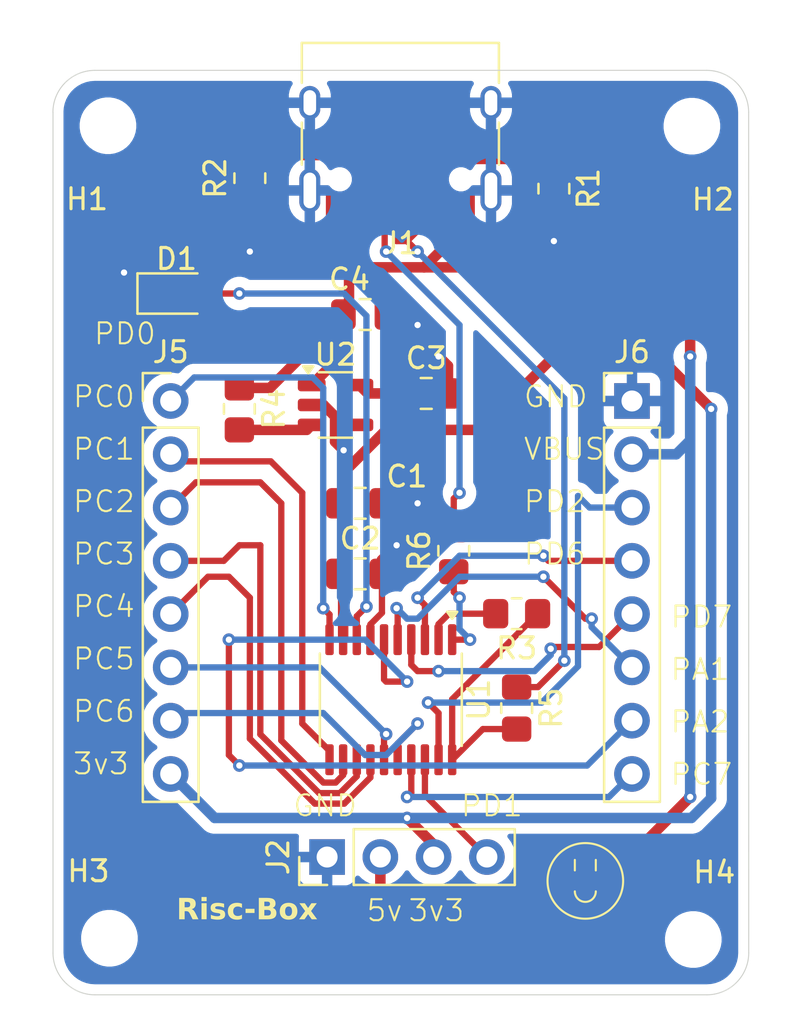
<source format=kicad_pcb>
(kicad_pcb (version 20241229) (generator "pcbnew") (generator_version "9.0")
  (layers (0 "F.Cu" signal) (2 "B.Cu" signal) (13 "F.Paste" user) (15 "B.Paste" user) (5 "F.SilkS" user "F.Silkscreen") (7 "B.SilkS" user "B.Silkscreen") (1 "F.Mask" user) (3 "B.Mask" user) (25 "Edge.Cuts" user))
  (net 0 "")
  (net 1 "GND")
  (net 2 "+3.3V")
  (net 3 "VBUS")
  (net 4 "/PD0")
  (net 5 "Net-(J1-D+-PadA6)")
  (net 6 "Net-(J1-CC2)")
  (net 7 "Net-(J1-D--PadA7)")
  (net 8 "Net-(J1-CC1)")
  (net 9 "/PD1")
  (net 10 "/PC3")
  (net 11 "/PC2")
  (net 12 "/PC6")
  (net 13 "/PC1")
  (net 14 "/PC5")
  (net 15 "/PC4")
  (net 16 "/PC0")
  (net 17 "/PD2")
  (net 18 "/PD7")
  (net 19 "/PD6")
  (net 20 "/PA2")
  (net 21 "/PA1")
  (net 22 "/PC7")
  (net 23 "/PD5")
  (net 24 "/PD3")
  (net 25 "Net-(U2-EN)")
  (net 26 "/PD4")
  (footprint "Package_SO:TSSOP-20_4.4x6.5mm_P0.65mm" (layer "F.Cu") (at 149.225 110.3625 -90)
    (property "Reference" "U1" (at 0 -4.2 90) (layer "F.SilkS"))
    (property "Value" "CH32V003FxPx")
    (fp_line (start 0 3.385) (end -2.2 3.385) (stroke (width 0.12)) (layer "F.SilkS"))
    (fp_line (start 0 3.385) (end 2.2 3.385) (stroke (width 0.12)) (layer "F.SilkS"))
    (fp_line (start 0 -3.385) (end -2.2 -3.385) (stroke (width 0.12)) (layer "F.SilkS"))
    (fp_line (start 0 -3.385) (end 2.2 -3.385) (stroke (width 0.12)) (layer "F.SilkS"))
    (fp_poly (pts (xy -3.86 -2.925) (xy -4.19 -3.165) (xy -4.19 -2.685) (xy -3.86 -2.925)) (stroke (width 0.12)) (fill yes) (layer "F.SilkS"))
    (pad "1" smd roundrect (at -2.8625 -2.925 270) (size 1.475 0.4) (layers "F.Cu" "F.Mask" "F.Paste") (net 26 "/PD4"))
    (pad "2" smd roundrect (at -2.8625 -2.275 270) (size 1.475 0.4) (layers "F.Cu" "F.Mask" "F.Paste") (net 23 "/PD5"))
    (pad "3" smd roundrect (at -2.8625 -1.625 270) (size 1.475 0.4) (layers "F.Cu" "F.Mask" "F.Paste") (net 19 "/PD6"))
    (pad "4" smd roundrect (at -2.8625 -0.975 270) (size 1.475 0.4) (layers "F.Cu" "F.Mask" "F.Paste") (net 18 "/PD7"))
    (pad "5" smd roundrect (at -2.8625 -0.325 270) (size 1.475 0.4) (layers "F.Cu" "F.Mask" "F.Paste") (net 21 "/PA1"))
    (pad "6" smd roundrect (at -2.8625 0.325 270) (size 1.475 0.4) (layers "F.Cu" "F.Mask" "F.Paste") (net 20 "/PA2"))
    (pad "7" smd roundrect (at -2.8625 0.975 270) (size 1.475 0.4) (layers "F.Cu" "F.Mask" "F.Paste") (net 1 "GND"))
    (pad "8" smd roundrect (at -2.8625 1.625 270) (size 1.475 0.4) (layers "F.Cu" "F.Mask" "F.Paste") (net 4 "/PD0"))
    (pad "9" smd roundrect (at -2.8625 2.275 270) (size 1.475 0.4) (layers "F.Cu" "F.Mask" "F.Paste") (net 2 "+3.3V"))
    (pad "10" smd roundrect (at -2.8625 2.925 270) (size 1.475 0.4) (layers "F.Cu" "F.Mask" "F.Paste") (net 16 "/PC0"))
    (pad "11" smd roundrect (at 2.8625 2.925 270) (size 1.475 0.4) (layers "F.Cu" "F.Mask" "F.Paste") (net 13 "/PC1"))
    (pad "12" smd roundrect (at 2.8625 2.275 270) (size 1.475 0.4) (layers "F.Cu" "F.Mask" "F.Paste") (net 11 "/PC2"))
    (pad "13" smd roundrect (at 2.8625 1.625 270) (size 1.475 0.4) (layers "F.Cu" "F.Mask" "F.Paste") (net 10 "/PC3"))
    (pad "14" smd roundrect (at 2.8625 0.975 270) (size 1.475 0.4) (layers "F.Cu" "F.Mask" "F.Paste") (net 15 "/PC4"))
    (pad "15" smd roundrect (at 2.8625 0.325 270) (size 1.475 0.4) (layers "F.Cu" "F.Mask" "F.Paste") (net 14 "/PC5"))
    (pad "16" smd roundrect (at 2.8625 -0.325 270) (size 1.475 0.4) (layers "F.Cu" "F.Mask" "F.Paste") (net 12 "/PC6"))
    (pad "17" smd roundrect (at 2.8625 -0.975 270) (size 1.475 0.4) (layers "F.Cu" "F.Mask" "F.Paste") (net 22 "/PC7"))
    (pad "18" smd roundrect (at 2.8625 -1.625 270) (size 1.475 0.4) (layers "F.Cu" "F.Mask" "F.Paste") (net 9 "/PD1"))
    (pad "19" smd roundrect (at 2.8625 -2.275 270) (size 1.475 0.4) (layers "F.Cu" "F.Mask" "F.Paste") (net 17 "/PD2"))
    (pad "20" smd roundrect (at 2.8625 -2.925 270) (size 1.475 0.4) (layers "F.Cu" "F.Mask" "F.Paste") (net 24 "/PD3"))
  )
  (footprint "Capacitor_SMD:C_0805_2012Metric_Pad1.18x1.45mm_HandSolder" (layer "F.Cu") (at 150.9125 95.7625)
    (property "Reference" "C3" (at 0 -1.68 0) (layer "F.SilkS"))
    (property "Value" "1u")
    (fp_line (start -0.261252 -0.735) (end 0.261252 -0.735) (stroke (width 0.12)) (layer "F.SilkS"))
    (fp_line (start -0.261252 0.735) (end 0.261252 0.735) (stroke (width 0.12)) (layer "F.SilkS"))
    (pad "1" smd roundrect (at -1.0375 0) (size 1.175 1.45) (layers "F.Cu" "F.Mask" "F.Paste") (roundrect_rratio 0.212766) (net 2 "+3.3V"))
    (pad "2" smd roundrect (at 1.0375 0) (size 1.175 1.45) (layers "F.Cu" "F.Mask" "F.Paste") (roundrect_rratio 0.212766) (net 1 "GND"))
  )
  (footprint "Resistor_SMD:R_0805_2012Metric_Pad1.20x1.40mm_HandSolder" (layer "F.Cu") (at 155.225 106.2625 180)
    (property "Reference" "R3" (at 0 -1.65 0) (layer "F.SilkS"))
    (property "Value" "1.5k")
    (fp_line (start -0.227064 0.735) (end 0.227064 0.735) (stroke (width 0.12)) (layer "F.SilkS"))
    (fp_line (start -0.227064 -0.735) (end 0.227064 -0.735) (stroke (width 0.12)) (layer "F.SilkS"))
    (pad "1" smd roundrect (at -1 0 180) (size 1.2 1.4) (layers "F.Cu" "F.Mask" "F.Paste") (roundrect_rratio 0.208333) (net 24 "/PD3"))
    (pad "2" smd roundrect (at 1 0 180) (size 1.2 1.4) (layers "F.Cu" "F.Mask" "F.Paste") (roundrect_rratio 0.208333) (net 23 "/PD5"))
  )
  (footprint "MountingHole:MountingHole_2.2mm_M2" (layer "F.Cu") (at 135.803272 121.735334)
    (property "Reference" "H3" (at -1 -3.2 0) (layer "F.SilkS"))
    (property "Value" "MountingHole")
    (pad "" np_thru_hole circle (at 0 0) (size 2.2 2.2) (drill 2.2) (layers "*.Cu" "*.Mask"))
  )
  (footprint "Resistor_SMD:R_0805_2012Metric_Pad1.20x1.40mm_HandSolder" (layer "F.Cu") (at 142 96.5 -90)
    (property "Reference" "R4" (at 0 -1.65 90) (layer "F.SilkS"))
    (property "Value" "10k")
    (fp_line (start -0.227064 0.735) (end 0.227064 0.735) (stroke (width 0.12)) (layer "F.SilkS"))
    (fp_line (start -0.227064 -0.735) (end 0.227064 -0.735) (stroke (width 0.12)) (layer "F.SilkS"))
    (pad "1" smd roundrect (at -1 0 270) (size 1.2 1.4) (layers "F.Cu" "F.Mask" "F.Paste") (roundrect_rratio 0.208333) (net 3 "VBUS"))
    (pad "2" smd roundrect (at 1 0 270) (size 1.2 1.4) (layers "F.Cu" "F.Mask" "F.Paste") (roundrect_rratio 0.208333) (net 25 "Net-(U2-EN)"))
  )
  (footprint "MountingHole:MountingHole_2.2mm_M2" (layer "F.Cu") (at 135.733207 83.001643)
    (property "Reference" "H1" (at -1 3.5 0) (layer "F.SilkS"))
    (property "Value" "MountingHole")
    (pad "" np_thru_hole circle (at 0 0) (size 2.2 2.2) (drill 2.2) (layers "*.Cu" "*.Mask"))
  )
  (footprint "Capacitor_SMD:C_0805_2012Metric_Pad1.18x1.45mm_HandSolder" (layer "F.Cu") (at 147.7625 101)
    (property "Reference" "C1" (at 2.225 -1.28 0) (layer "F.SilkS"))
    (property "Value" "10u")
    (fp_line (start -0.261252 -0.735) (end 0.261252 -0.735) (stroke (width 0.12)) (layer "F.SilkS"))
    (fp_line (start -0.261252 0.735) (end 0.261252 0.735) (stroke (width 0.12)) (layer "F.SilkS"))
    (pad "1" smd roundrect (at -1.0375 0) (size 1.175 1.45) (layers "F.Cu" "F.Mask" "F.Paste") (roundrect_rratio 0.212766) (net 2 "+3.3V"))
    (pad "2" smd roundrect (at 1.0375 0) (size 1.175 1.45) (layers "F.Cu" "F.Mask" "F.Paste") (roundrect_rratio 0.212766) (net 1 "GND"))
  )
  (footprint "Package_TO_SOT_SMD:SOT-23-5" (layer "F.Cu") (at 146.5875 96.3125)
    (property "Reference" "U2" (at 0 -2.4 0) (layer "F.SilkS"))
    (property "Value" "AP2112K-3.3")
    (fp_line (start 0 -1.56) (end -0.8 -1.56) (stroke (width 0.12)) (layer "F.SilkS"))
    (fp_line (start 0 -1.56) (end 0.8 -1.56) (stroke (width 0.12)) (layer "F.SilkS"))
    (fp_line (start 0 1.56) (end -0.8 1.56) (stroke (width 0.12)) (layer "F.SilkS"))
    (fp_line (start 0 1.56) (end 0.8 1.56) (stroke (width 0.12)) (layer "F.SilkS"))
    (fp_poly (pts (xy -1.3 -1.51) (xy -1.54 -1.84) (xy -1.06 -1.84) (xy -1.3 -1.51)) (stroke (width 0.12)) (fill yes) (layer "F.SilkS"))
    (pad "1" smd roundrect (at -1.1375 -0.95) (size 1.325 0.6) (layers "F.Cu" "F.Mask" "F.Paste") (net 3 "VBUS"))
    (pad "2" smd roundrect (at -1.1375 0) (size 1.325 0.6) (layers "F.Cu" "F.Mask" "F.Paste") (net 1 "GND"))
    (pad "3" smd roundrect (at -1.1375 0.95) (size 1.325 0.6) (layers "F.Cu" "F.Mask" "F.Paste") (net 25 "Net-(U2-EN)"))
    (pad "4" smd roundrect (at 1.1375 0.95) (size 1.325 0.6) (layers "F.Cu" "F.Mask" "F.Paste"))
    (pad "5" smd roundrect (at 1.1375 -0.95) (size 1.325 0.6) (layers "F.Cu" "F.Mask" "F.Paste") (net 2 "+3.3V"))
  )
  (footprint "Connector_PinHeader_2.54mm:PinHeader_1x04_P2.54mm_Vertical" (layer "F.Cu") (at 146.185 117.8625 90)
    (property "Reference" "J2" (at 0 -2.33 90) (layer "F.SilkS"))
    (property "Value" "SWDIO")
    (fp_line (start -1.33 -1.33) (end 0 -1.33) (stroke (width 0.12)) (layer "F.SilkS"))
    (fp_line (start -1.33 0) (end -1.33 -1.33) (stroke (width 0.12)) (layer "F.SilkS"))
    (fp_line (start 1.33 1.27) (end 1.33 8.95) (stroke (width 0.12)) (layer "F.SilkS"))
    (fp_line (start -1.33 1.27) (end 1.33 1.27) (stroke (width 0.12)) (layer "F.SilkS"))
    (fp_line (start -1.33 1.27) (end -1.33 8.95) (stroke (width 0.12)) (layer "F.SilkS"))
    (fp_line (start -1.33 8.95) (end 1.33 8.95) (stroke (width 0.12)) (layer "F.SilkS"))
    (pad "1" thru_hole rect (at 0 0 90) (size 1.7 1.7) (drill 1) (layers "*.Cu" "*.Mask") (net 1 "GND"))
    (pad "2" thru_hole oval (at 0 2.54 90) (size 1.7 1.7) (drill 1) (layers "*.Cu" "*.Mask") (net 3 "VBUS"))
    (pad "3" thru_hole oval (at 0 5.08 90) (size 1.7 1.7) (drill 1) (layers "*.Cu" "*.Mask") (net 2 "+3.3V"))
    (pad "4" thru_hole oval (at 0 7.62 90) (size 1.7 1.7) (drill 1) (layers "*.Cu" "*.Mask") (net 9 "/PD1"))
  )
  (footprint "Capacitor_SMD:C_0805_2012Metric_Pad1.18x1.45mm_HandSolder" (layer "F.Cu") (at 147.7625 104.3625)
    (property "Reference" "C2" (at 0 -1.68 0) (layer "F.SilkS"))
    (property "Value" "100n")
    (fp_line (start -0.261252 -0.735) (end 0.261252 -0.735) (stroke (width 0.12)) (layer "F.SilkS"))
    (fp_line (start -0.261252 0.735) (end 0.261252 0.735) (stroke (width 0.12)) (layer "F.SilkS"))
    (pad "1" smd roundrect (at -1.0375 0) (size 1.175 1.45) (layers "F.Cu" "F.Mask" "F.Paste") (roundrect_rratio 0.212766) (net 2 "+3.3V"))
    (pad "2" smd roundrect (at 1.0375 0) (size 1.175 1.45) (layers "F.Cu" "F.Mask" "F.Paste") (roundrect_rratio 0.212766) (net 1 "GND"))
  )
  (footprint "Resistor_SMD:R_0805_2012Metric_Pad1.20x1.40mm_HandSolder" (layer "F.Cu") (at 142.5 85.5 90)
    (property "Reference" "R2" (at 0 -1.65 90) (layer "F.SilkS"))
    (property "Value" "5.1k")
    (fp_line (start -0.227064 -0.735) (end 0.227064 -0.735) (stroke (width 0.12)) (layer "F.SilkS"))
    (fp_line (start -0.227064 0.735) (end 0.227064 0.735) (stroke (width 0.12)) (layer "F.SilkS"))
    (pad "1" smd roundrect (at -1 0 90) (size 1.2 1.4) (layers "F.Cu" "F.Mask" "F.Paste") (roundrect_rratio 0.208333) (net 1 "GND"))
    (pad "2" smd roundrect (at 1 0 90) (size 1.2 1.4) (layers "F.Cu" "F.Mask" "F.Paste") (roundrect_rratio 0.208333) (net 6 "Net-(J1-CC2)"))
  )
  (footprint "Capacitor_SMD:C_0805_2012Metric_Pad1.18x1.45mm_HandSolder" (layer "F.Cu") (at 148 92)
    (property "Reference" "C4" (at -0.75 -1.68 0) (layer "F.SilkS"))
    (property "Value" "1u")
    (fp_line (start -0.261252 -0.735) (end 0.261252 -0.735) (stroke (width 0.12)) (layer "F.SilkS"))
    (fp_line (start -0.261252 0.735) (end 0.261252 0.735) (stroke (width 0.12)) (layer "F.SilkS"))
    (pad "1" smd roundrect (at -1.0375 0) (size 1.175 1.45) (layers "F.Cu" "F.Mask" "F.Paste") (roundrect_rratio 0.212766) (net 3 "VBUS"))
    (pad "2" smd roundrect (at 1.0375 0) (size 1.175 1.45) (layers "F.Cu" "F.Mask" "F.Paste") (roundrect_rratio 0.212766) (net 1 "GND"))
  )
  (footprint "Connector_USB:USB_C_Receptacle_HRO_TYPE-C-31-M-12" (layer "F.Cu") (at 149.68 82.955 180)
    (property "Reference" "J1" (at 0 -5.645 0) (layer "F.SilkS"))
    (property "Value" "USB_C_Receptacle_USB2.0_14P")
    (fp_line (start 4.7 2) (end 4.7 3.9) (stroke (width 0.12)) (layer "F.SilkS"))
    (fp_line (start 4.7 -1.9) (end 4.7 0.1) (stroke (width 0.12)) (layer "F.SilkS"))
    (fp_line (start -4.7 3.9) (end 4.7 3.9) (stroke (width 0.12)) (layer "F.SilkS"))
    (fp_line (start -4.7 2) (end -4.7 3.9) (stroke (width 0.12)) (layer "F.SilkS"))
    (fp_line (start -4.7 -1.9) (end -4.7 0.1) (stroke (width 0.12)) (layer "F.SilkS"))
    (pad "" np_thru_hole circle (at -2.89 -2.6 180) (size 0.65 0.65) (drill 0.65) (layers "*.Cu" "*.Mask"))
    (pad "" np_thru_hole circle (at 2.89 -2.6 180) (size 0.65 0.65) (drill 0.65) (layers "*.Cu" "*.Mask"))
    (pad "A1" smd rect (at -3.25 -4.045 180) (size 0.6 1.45) (layers "F.Cu" "F.Mask" "F.Paste") (net 1 "GND"))
    (pad "A4" smd rect (at -2.45 -4.045 180) (size 0.6 1.45) (layers "F.Cu" "F.Mask" "F.Paste") (net 3 "VBUS"))
    (pad "A5" smd rect (at -1.25 -4.045 180) (size 0.3 1.45) (layers "F.Cu" "F.Mask" "F.Paste") (net 8 "Net-(J1-CC1)"))
    (pad "A6" smd rect (at -0.25 -4.045 180) (size 0.3 1.45) (layers "F.Cu" "F.Mask" "F.Paste") (net 5 "Net-(J1-D+-PadA6)"))
    (pad "A7" smd rect (at 0.25 -4.045 180) (size 0.3 1.45) (layers "F.Cu" "F.Mask" "F.Paste") (net 7 "Net-(J1-D--PadA7)"))
    (pad "A8" smd rect (at 1.25 -4.045 180) (size 0.3 1.45) (layers "F.Cu" "F.Mask" "F.Paste"))
    (pad "A9" smd rect (at 2.45 -4.045 180) (size 0.6 1.45) (layers "F.Cu" "F.Mask" "F.Paste") (net 3 "VBUS"))
    (pad "A12" smd rect (at 3.25 -4.045 180) (size 0.6 1.45) (layers "F.Cu" "F.Mask" "F.Paste") (net 1 "GND"))
    (pad "B1" smd rect (at 3.25 -4.045 180) (size 0.6 1.45) (layers "F.Cu" "F.Mask" "F.Paste") (net 1 "GND"))
    (pad "B4" smd rect (at 2.45 -4.045 180) (size 0.6 1.45) (layers "F.Cu" "F.Mask" "F.Paste") (net 3 "VBUS"))
    (pad "B5" smd rect (at 1.75 -4.045 180) (size 0.3 1.45) (layers "F.Cu" "F.Mask" "F.Paste") (net 6 "Net-(J1-CC2)"))
    (pad "B6" smd rect (at 0.75 -4.045 180) (size 0.3 1.45) (layers "F.Cu" "F.Mask" "F.Paste") (net 5 "Net-(J1-D+-PadA6)"))
    (pad "B7" smd rect (at -0.75 -4.045 180) (size 0.3 1.45) (layers "F.Cu" "F.Mask" "F.Paste") (net 7 "Net-(J1-D--PadA7)"))
    (pad "B8" smd rect (at -1.75 -4.045 180) (size 0.3 1.45) (layers "F.Cu" "F.Mask" "F.Paste"))
    (pad "B9" smd rect (at -2.45 -4.045 180) (size 0.6 1.45) (layers "F.Cu" "F.Mask" "F.Paste") (net 3 "VBUS"))
    (pad "B12" smd rect (at -3.25 -4.045 180) (size 0.6 1.45) (layers "F.Cu" "F.Mask" "F.Paste") (net 1 "GND"))
    (pad "S1" thru_hole oval (at -4.32 -3.13 180) (size 1 2.1) (drill oval 0.6 1.7) (property pad_prop_heatsink) (layers "*.Cu" "*.Mask") (net 1 "GND"))
    (pad "S1" thru_hole oval (at -4.32 1.05 180) (size 1 1.6) (drill oval 0.6 1.2) (property pad_prop_heatsink) (layers "*.Cu" "*.Mask") (net 1 "GND"))
    (pad "S1" thru_hole oval (at 4.32 -3.13 180) (size 1 2.1) (drill oval 0.6 1.7) (property pad_prop_heatsink) (layers "*.Cu" "*.Mask") (net 1 "GND"))
    (pad "S1" thru_hole oval (at 4.32 1.05 180) (size 1 1.6) (drill oval 0.6 1.2) (property pad_prop_heatsink) (layers "*.Cu" "*.Mask") (net 1 "GND"))
  )
  (footprint "LED_SMD:LED_0805_2012Metric_Pad1.15x1.40mm_HandSolder" (layer "F.Cu") (at 139 91)
    (property "Reference" "D1" (at 0 -1.65 0) (layer "F.SilkS"))
    (property "Value" "green")
    (fp_line (start -1.86 -0.96) (end -1.86 0.96) (stroke (width 0.12)) (layer "F.SilkS"))
    (fp_line (start -1.86 0.96) (end 1 0.96) (stroke (width 0.12)) (layer "F.SilkS"))
    (fp_line (start 1 -0.96) (end -1.86 -0.96) (stroke (width 0.12)) (layer "F.SilkS"))
    (pad "1" smd roundrect (at -1.025 0) (size 1.15 1.4) (layers "F.Cu" "F.Mask" "F.Paste") (roundrect_rratio 0.217391) (net 1 "GND"))
    (pad "2" smd roundrect (at 1.025 0) (size 1.15 1.4) (layers "F.Cu" "F.Mask" "F.Paste") (roundrect_rratio 0.217391) (net 4 "/PD0"))
  )
  (footprint "Resistor_SMD:R_0805_2012Metric_Pad1.20x1.40mm_HandSolder" (layer "F.Cu") (at 155.225 110.7625 -90)
    (property "Reference" "R5" (at 0 -1.65 90) (layer "F.SilkS"))
    (property "Value" "33")
    (fp_line (start -0.227064 0.735) (end 0.227064 0.735) (stroke (width 0.12)) (layer "F.SilkS"))
    (fp_line (start -0.227064 -0.735) (end 0.227064 -0.735) (stroke (width 0.12)) (layer "F.SilkS"))
    (pad "1" smd roundrect (at -1 0 270) (size 1.2 1.4) (layers "F.Cu" "F.Mask" "F.Paste") (roundrect_rratio 0.208333) (net 7 "Net-(J1-D--PadA7)"))
    (pad "2" smd roundrect (at 1 0 270) (size 1.2 1.4) (layers "F.Cu" "F.Mask" "F.Paste") (roundrect_rratio 0.208333) (net 24 "/PD3"))
  )
  (footprint "Resistor_SMD:R_0805_2012Metric_Pad1.20x1.40mm_HandSolder" (layer "F.Cu") (at 157 86 -90)
    (property "Reference" "R1" (at 0 -1.65 90) (layer "F.SilkS"))
    (property "Value" "5.1k")
    (fp_line (start -0.227064 0.735) (end 0.227064 0.735) (stroke (width 0.12)) (layer "F.SilkS"))
    (fp_line (start -0.227064 -0.735) (end 0.227064 -0.735) (stroke (width 0.12)) (layer "F.SilkS"))
    (pad "1" smd roundrect (at -1 0 270) (size 1.2 1.4) (layers "F.Cu" "F.Mask" "F.Paste") (roundrect_rratio 0.208333) (net 8 "Net-(J1-CC1)"))
    (pad "2" smd roundrect (at 1 0 270) (size 1.2 1.4) (layers "F.Cu" "F.Mask" "F.Paste") (roundrect_rratio 0.208333) (net 1 "GND"))
  )
  (footprint "Connector_PinHeader_2.54mm:PinHeader_1x08_P2.54mm_Vertical" (layer "F.Cu") (at 138.725 96.1225)
    (property "Reference" "J5" (at 0 -2.33 0) (layer "F.SilkS"))
    (property "Value" "Conn_01x08")
    (fp_line (start -1.33 -1.33) (end 0 -1.33) (stroke (width 0.12)) (layer "F.SilkS"))
    (fp_line (start -1.33 0) (end -1.33 -1.33) (stroke (width 0.12)) (layer "F.SilkS"))
    (fp_line (start -1.33 1.27) (end -1.33 19.11) (stroke (width 0.12)) (layer "F.SilkS"))
    (fp_line (start -1.33 1.27) (end 1.33 1.27) (stroke (width 0.12)) (layer "F.SilkS"))
    (fp_line (start -1.33 19.11) (end 1.33 19.11) (stroke (width 0.12)) (layer "F.SilkS"))
    (fp_line (start 1.33 1.27) (end 1.33 19.11) (stroke (width 0.12)) (layer "F.SilkS"))
    (pad "1" thru_hole circle (at 0 0) (size 1.7 1.7) (drill 1) (layers "*.Cu" "*.Mask") (net 16 "/PC0"))
    (pad "2" thru_hole oval (at 0 2.54) (size 1.7 1.7) (drill 1) (layers "*.Cu" "*.Mask") (net 13 "/PC1"))
    (pad "3" thru_hole oval (at 0 5.08) (size 1.7 1.7) (drill 1) (layers "*.Cu" "*.Mask") (net 11 "/PC2"))
    (pad "4" thru_hole oval (at 0 7.62) (size 1.7 1.7) (drill 1) (layers "*.Cu" "*.Mask") (net 10 "/PC3"))
    (pad "5" thru_hole oval (at 0 10.16) (size 1.7 1.7) (drill 1) (layers "*.Cu" "*.Mask") (net 15 "/PC4"))
    (pad "6" thru_hole oval (at 0 12.7) (size 1.7 1.7) (drill 1) (layers "*.Cu" "*.Mask") (net 14 "/PC5"))
    (pad "7" thru_hole oval (at 0 15.24) (size 1.7 1.7) (drill 1) (layers "*.Cu" "*.Mask") (net 12 "/PC6"))
    (pad "8" thru_hole oval (at 0 17.78) (size 1.7 1.7) (drill 1) (layers "*.Cu" "*.Mask") (net 2 "+3.3V"))
  )
  (footprint "MountingHole:MountingHole_2.2mm_M2" (layer "F.Cu") (at 163.582152 83.022545)
    (property "Reference" "H2" (at 1 3.5 0) (layer "F.SilkS"))
    (property "Value" "MountingHole")
    (pad "" np_thru_hole circle (at 0 0) (size 2.2 2.2) (drill 2.2) (layers "*.Cu" "*.Mask"))
  )
  (footprint "Resistor_SMD:R_0805_2012Metric_Pad1.20x1.40mm_HandSolder" (layer "F.Cu") (at 152.225 103.2625 90)
    (property "Reference" "R6" (at 0 -1.65 90) (layer "F.SilkS"))
    (property "Value" "33")
    (fp_line (start -0.227064 -0.735) (end 0.227064 -0.735) (stroke (width 0.12)) (layer "F.SilkS"))
    (fp_line (start -0.227064 0.735) (end 0.227064 0.735) (stroke (width 0.12)) (layer "F.SilkS"))
    (pad "1" smd roundrect (at -1 0 90) (size 1.2 1.4) (layers "F.Cu" "F.Mask" "F.Paste") (roundrect_rratio 0.208333) (net 26 "/PD4"))
    (pad "2" smd roundrect (at 1 0 90) (size 1.2 1.4) (layers "F.Cu" "F.Mask" "F.Paste") (roundrect_rratio 0.208333) (net 5 "Net-(J1-D+-PadA6)"))
  )
  (footprint "Connector_PinHeader_2.54mm:PinHeader_1x08_P2.54mm_Vertical" (layer "F.Cu") (at 160.725 96.1225)
    (property "Reference" "J6" (at 0 -2.33 0) (layer "F.SilkS"))
    (property "Value" "Conn_01x08")
    (fp_line (start -1.33 -1.33) (end 0 -1.33) (stroke (width 0.12)) (layer "F.SilkS"))
    (fp_line (start -1.33 0) (end -1.33 -1.33) (stroke (width 0.12)) (layer "F.SilkS"))
    (fp_line (start -1.33 1.27) (end -1.33 19.11) (stroke (width 0.12)) (layer "F.SilkS"))
    (fp_line (start -1.33 1.27) (end 1.33 1.27) (stroke (width 0.12)) (layer "F.SilkS"))
    (fp_line (start -1.33 19.11) (end 1.33 19.11) (stroke (width 0.12)) (layer "F.SilkS"))
    (fp_line (start 1.33 1.27) (end 1.33 19.11) (stroke (width 0.12)) (layer "F.SilkS"))
    (pad "1" thru_hole rect (at 0 0) (size 1.7 1.7) (drill 1) (layers "*.Cu" "*.Mask") (net 1 "GND"))
    (pad "2" thru_hole oval (at 0 2.54) (size 1.7 1.7) (drill 1) (layers "*.Cu" "*.Mask") (net 3 "VBUS"))
    (pad "3" thru_hole oval (at 0 5.08) (size 1.7 1.7) (drill 1) (layers "*.Cu" "*.Mask") (net 17 "/PD2"))
    (pad "4" thru_hole oval (at 0 7.62) (size 1.7 1.7) (drill 1) (layers "*.Cu" "*.Mask") (net 19 "/PD6"))
    (pad "5" thru_hole oval (at 0 10.16) (size 1.7 1.7) (drill 1) (layers "*.Cu" "*.Mask") (net 18 "/PD7"))
    (pad "6" thru_hole oval (at 0 12.7) (size 1.7 1.7) (drill 1) (layers "*.Cu" "*.Mask") (net 21 "/PA1"))
    (pad "7" thru_hole oval (at 0 15.24) (size 1.7 1.7) (drill 1) (layers "*.Cu" "*.Mask") (net 20 "/PA2"))
    (pad "8" thru_hole oval (at 0 17.78) (size 1.7 1.7) (drill 1) (layers "*.Cu" "*.Mask") (net 22 "/PC7"))
  )
  (footprint "MountingHole:MountingHole_2.2mm_M2" (layer "F.Cu") (at 163.649217 121.794469)
    (property "Reference" "H4" (at 1 -3.2 0) (layer "F.SilkS"))
    (property "Value" "MountingHole")
    (pad "" np_thru_hole circle (at 0 0) (size 2.2 2.2) (drill 2.2) (layers "*.Cu" "*.Mask"))
  )
  (gr_circle (center 158.5 119) (end 160 120) (stroke (width 0.1)) (fill no) (layer "F.SilkS"))
  (gr_line (start 159 118) (end 159 118.5) (stroke (width 0.1)) (layer "F.SilkS"))
  (gr_arc (start 159 119.5) (mid 158.5 120) (end 158 119.5) (stroke (width 0.1)) (layer "F.SilkS"))
  (gr_line (start 158 118) (end 158 118.5) (stroke (width 0.1)) (layer "F.SilkS"))
  (gr_arc (start 166.292664 122.430673) (mid 165.706878 123.844887) (end 164.292664 124.430673) (stroke (width 0.05)) (layer "Edge.Cuts"))
  (gr_arc (start 135.112158 124.430674) (mid 133.697944 123.844888) (end 133.112158 122.430674) (stroke (width 0.05)) (layer "Edge.Cuts"))
  (gr_arc (start 133.108525 82.3611) (mid 133.694311 80.946886) (end 135.108525 80.3611) (stroke (width 0.05)) (layer "Edge.Cuts"))
  (gr_line (start 164.292664 124.430604) (end 135.112158 124.430674) (stroke (width 0.05)) (layer "Edge.Cuts"))
  (gr_line (start 135.113822 80.3611) (end 164.289031 80.361099) (stroke (width 0.05)) (layer "Edge.Cuts"))
  (gr_arc (start 164.289031 80.361099) (mid 165.703245 80.946885) (end 166.289031 82.361099) (stroke (width 0.05)) (layer "Edge.Cuts"))
  (gr_line (start 133.112158 122.430674) (end 133.112158 82.3611) (stroke (width 0.05)) (layer "Edge.Cuts"))
  (gr_line (start 166.289031 82.361099) (end 166.292664 122.4307) (stroke (width 0.05)) (layer "Edge.Cuts"))
  (gr_text "PA2\n" (at 162.5 112 0) (layer "F.SilkS") (effects (font (size 1 1) (thickness 0.1)) (justify left bottom)))
  (gr_text "PC4\n" (at 134 106.5 0) (layer "F.SilkS") (effects (font (size 1 1) (thickness 0.1)) (justify left bottom)))
  (gr_text "3v3" (at 134 114 0) (layer "F.SilkS") (effects (font (size 1 1) (thickness 0.1)) (justify left bottom)))
  (gr_text "PC2\n" (at 134 101.5 0) (layer "F.SilkS") (effects (font (size 1 1) (thickness 0.1)) (justify left bottom)))
  (gr_text "PD0\n" (at 135 93.5 0) (layer "F.SilkS") (effects (font (size 1 1) (thickness 0.1)) (justify left bottom)))
  (gr_text "GND" (at 144.5 116 0) (layer "F.SilkS") (effects (font (size 1 1) (thickness 0.1)) (justify left bottom)))
  (gr_text "PD1" (at 152.5 116 0) (layer "F.SilkS") (effects (font (size 1 1) (thickness 0.1)) (justify left bottom)))
  (gr_text "PD6" (at 155.5 104 0) (layer "F.SilkS") (effects (font (size 1 1) (thickness 0.1)) (justify left bottom)))
  (gr_text "5v" (at 148 121 0) (layer "F.SilkS") (effects (font (size 1 1) (thickness 0.1)) (justify left bottom)))
  (gr_text "PD2\n" (at 155.5 101.5 0) (layer "F.SilkS") (effects (font (size 1 1) (thickness 0.1)) (justify left bottom)))
  (gr_text "PD7\n" (at 162.5 107 0) (layer "F.SilkS") (effects (font (size 1 1) (thickness 0.1)) (justify left bottom)))
  (gr_text "PA1" (at 162.5 109.5 0) (layer "F.SilkS") (effects (font (size 1 1) (thickness 0.1)) (justify left bottom)))
  (gr_text "PC1" (at 134 99 0) (layer "F.SilkS") (effects (font (size 1 1) (thickness 0.1)) (justify left bottom)))
  (gr_text "PC7" (at 162.5 114.5 0) (layer "F.SilkS") (effects (font (size 1 1) (thickness 0.1)) (justify left bottom)))
  (gr_text "Risc-Box" (at 139 121 0) (layer "F.SilkS") (effects (font (size 1 1) (thickness 0.2) (bold yes)) (justify left bottom)))
  (gr_text "PC0" (at 134 96.5 0) (layer "F.SilkS") (effects (font (size 1 1) (thickness 0.1)) (justify left bottom)))
  (gr_text "PC6" (at 134 111.5 0) (layer "F.SilkS") (effects (font (size 1 1) (thickness 0.1)) (justify left bottom)))
  (gr_text "VBUS\n" (at 155.5 99 0) (layer "F.SilkS") (effects (font (size 1 1) (thickness 0.1)) (justify left bottom)))
  (gr_text "PC5" (at 134 109 0) (layer "F.SilkS") (effects (font (size 1 1) (thickness 0.1)) (justify left bottom)))
  (gr_text "PC3" (at 134 104 0) (layer "F.SilkS") (effects (font (size 1 1) (thickness 0.1)) (justify left bottom)))
  (gr_text "3v3" (at 150 121 0) (layer "F.SilkS") (effects (font (size 1 1) (thickness 0.1)) (justify left bottom)))
  (gr_text "GND" (at 155.5 96.5 0) (layer "F.SilkS") (effects (font (size 1 1) (thickness 0.1)) (justify left bottom)))
  (segment (start 154 89) (end 152.93 87.93) (width 0.5) (layer "F.Cu") (net 1))
  (segment (start 150 92) (end 150.5 92.5) (width 0.5) (layer "F.Cu") (net 1))
  (segment (start 142.5 86.5) (end 142.5 89) (width 0.5) (layer "F.Cu") (net 1))
  (segment (start 146.5635 98.0635) (end 146.971719 98.471719) (width 0.5) (layer "F.Cu") (net 1))
  (segment (start 157 87) (end 157 88.5) (width 0.5) (layer "F.Cu") (net 1))
  (segment (start 152.93 87) (end 152.93 88.07) (width 0.5) (layer "F.Cu") (net 1))
  (segment (start 148.8 104.3625) (end 148.8 103.7) (width 0.5) (layer "F.Cu") (net 1))
  (segment (start 146.43 88.07) (end 146.43 87) (width 0.5) (layer "F.Cu") (net 1))
  (segment (start 146.0166 96.3125) (end 146.5635 96.8594) (width 0.5) (layer "F.Cu") (net 1))
  (segment (start 148.8 104.3625) (end 148.8 106.221918) (width 0.3) (layer "F.Cu") (net 1))
  (segment (start 148.25 106.771918) (end 148.25 107.5) (width 0.3) (layer "F.Cu") (net 1))
  (segment (start 148.8 104.3625) (end 149.1375 104.3625) (width 0.3) (layer "F.Cu") (net 1))
  (segment (start 155 89) (end 154 89) (width 0.5) (layer "F.Cu") (net 1))
  (segment (start 145.5 89) (end 146.43 88.07) (width 0.5) (layer "F.Cu") (net 1))
  (segment (start 148.8 101) (end 150.5 101) (width 0.5) (layer "F.Cu") (net 1))
  (segment (start 148.8 106.221918) (end 148.25 106.771918) (width 0.3) (layer "F.Cu") (net 1))
  (segment (start 142.5 87.5) (end 144 89) (width 0.5) (layer "F.Cu") (net 1))
  (segment (start 151.95 95.7625) (end 151.95 94.45) (width 0.5) (layer "F.Cu") (net 1))
  (segment (start 142.5 86.5) (end 142.5 87.5) (width 0.5) (layer "F.Cu") (net 1))
  (segment (start 148.8 103.7) (end 149.5 103) (width 0.5) (layer "F.Cu") (net 1))
  (segment (start 137.975 91) (end 137.5 91) (width 0.5) (layer "F.Cu") (net 1))
  (segment (start 149.0375 92) (end 150 92) (width 0.5) (layer "F.Cu") (net 1))
  (segment (start 145.45 96.3125) (end 146.0166 96.3125) (width 0.5) (layer "F.Cu") (net 1))
  (segment (start 137.5 91) (end 136.5 90) (width 0.5) (layer "F.Cu") (net 1))
  (segment (start 151.95 94.45) (end 151.5 94) (width 0.5) (layer "F.Cu") (net 1))
  (segment (start 144 89) (end 145.5 89) (width 0.5) (layer "F.Cu") (net 1))
  (segment (start 152.93 87.93) (end 152.93 87) (width 0.5) (layer "F.Cu") (net 1))
  (segment (start 157 87) (end 155 89) (width 0.5) (layer "F.Cu") (net 1))
  (segment (start 146.5635 96.8594) (end 146.5635 98.0635) (width 0.5) (layer "F.Cu") (net 1))
  (via (at 136.5 90) (size 0.6) (drill 0.3) (layers "F.Cu" "B.Cu") (net 1))
  (via (at 150.5 92.5) (size 0.6) (drill 0.3) (layers "F.Cu" "B.Cu") (net 1))
  (via (at 149.5 103) (size 0.6) (drill 0.3) (layers "F.Cu" "B.Cu") (net 1))
  (via (at 150.5 101) (size 0.6) (drill 0.3) (layers "F.Cu" "B.Cu") (net 1))
  (via (at 146.971719 98.471719) (size 0.6) (drill 0.3) (layers "F.Cu" "B.Cu") (net 1))
  (via (at 157 88.5) (size 0.6) (drill 0.3) (layers "F.Cu" "B.Cu") (net 1))
  (via (at 151.5 94) (size 0.6) (drill 0.3) (layers "F.Cu" "B.Cu") (net 1))
  (via (at 142.5 89) (size 0.6) (drill 0.3) (layers "F.Cu" "B.Cu") (net 1))
  (segment (start 153.5 97.5) (end 150 97.5) (width 0.5) (layer "F.Cu") (net 2))
  (segment (start 146.95 99.5541) (end 146.95 107.5) (width 0.5) (layer "F.Cu") (net 2))
  (segment (start 164.5 96.5) (end 159.999999 92) (width 0.5) (layer "F.Cu") (net 2))
  (segment (start 149.875 95.7625) (end 149.875 96.6291) (width 0.5) (layer "F.Cu") (net 2))
  (segment (start 159.999999 92) (end 159 92) (width 0.5) (layer "F.Cu") (net 2))
  (segment (start 148.125 95.7625) (end 147.725 95.3625) (width 0.5) (layer "F.Cu") (net 2))
  (segment (start 159 92) (end 153.5 97.5) (width 0.5) (layer "F.Cu") (net 2))
  (segment (start 150 97.5) (end 149.875 97.375) (width 0.5) (layer "F.Cu") (net 2))
  (segment (start 149.875 96.6291) (end 146.95 99.5541) (width 0.5) (layer "F.Cu") (net 2))
  (segment (start 149.875 97.375) (end 149.875 95.7625) (width 0.5) (layer "F.Cu") (net 2))
  (segment (start 149.875 95.7625) (end 148.125 95.7625) (width 0.5) (layer "F.Cu") (net 2))
  (segment (start 151.265 117.265) (end 150 116) (width 0.5) (layer "F.Cu") (net 2))
  (segment (start 151.265 117.8625) (end 151.265 117.265) (width 0.5) (layer "F.Cu") (net 2))
  (via (at 164.5 96.5) (size 0.6) (drill 0.3) (layers "F.Cu" "B.Cu") (net 2))
  (via (at 150 116) (size 0.6) (drill 0.3) (layers "F.Cu" "B.Cu") (net 2))
  (segment (start 150 116) (end 163.562075 116) (width 0.5) (layer "B.Cu") (net 2))
  (segment (start 164.5 115.062075) (end 164.5 96.5) (width 0.5) (layer "B.Cu") (net 2))
  (segment (start 140.8225 116) (end 150 116) (width 0.5) (layer "B.Cu") (net 2))
  (segment (start 163.562075 116) (end 164.5 115.062075) (width 0.5) (layer "B.Cu") (net 2))
  (segment (start 138.725 113.9025) (end 140.8225 116) (width 0.5) (layer "B.Cu") (net 2))
  (segment (start 146.9625 93.85) (end 145.45 95.3625) (width 0.5) (layer "F.Cu") (net 3))
  (segment (start 152.13 88.432075) (end 150.811075 89.751) (width 0.5) (layer "F.Cu") (net 3))
  (segment (start 152.13 87) (end 152.13 88.432075) (width 0.5) (layer "F.Cu") (net 3))
  (segment (start 148.5 120.5) (end 148.725 120.275) (width 0.5) (layer "F.Cu") (net 3))
  (segment (start 163.5 115) (end 158 120.5) (width 0.5) (layer "F.Cu") (net 3))
  (segment (start 147.23 91.7325) (end 147.23 89.5) (width 0.5) (layer "F.Cu") (net 3))
  (segment (start 142 95.5) (end 143.4625 95.5) (width 0.5) (layer "F.Cu") (net 3))
  (segment (start 161.751 89.751) (end 163.5 91.5) (width 0.5) (layer "F.Cu") (net 3))
  (segment (start 158 120.5) (end 148.5 120.5) (width 0.5) (layer "F.Cu") (net 3))
  (segment (start 147.23 89.5) (end 147.23 87) (width 0.5) (layer "F.Cu") (net 3))
  (segment (start 147.481 89.751) (end 147.23 89.5) (width 0.5) (layer "F.Cu") (net 3))
  (segment (start 150.811075 89.751) (end 147.481 89.751) (width 0.5) (layer "F.Cu") (net 3))
  (segment (start 163.5 91.5) (end 163.5 94) (width 0.5) (layer "F.Cu") (net 3))
  (segment (start 146.9625 92) (end 146.9625 93.85) (width 0.5) (layer "F.Cu") (net 3))
  (segment (start 150.811075 89.751) (end 161.751 89.751) (width 0.5) (layer "F.Cu") (net 3))
  (segment (start 146.9625 92) (end 147.23 91.7325) (width 0.5) (layer "F.Cu") (net 3))
  (segment (start 148.725 120.275) (end 148.725 117.8625) (width 0.5) (layer "F.Cu") (net 3))
  (segment (start 143.4625 95.5) (end 146.9625 92) (width 0.5) (layer "F.Cu") (net 3))
  (via (at 163.5 94) (size 0.6) (drill 0.3) (layers "F.Cu" "B.Cu") (net 3))
  (via (at 163.5 115) (size 0.6) (drill 0.3) (layers "F.Cu" "B.Cu") (net 3))
  (segment (start 163.5 98) (end 163.5 115) (width 0.5) (layer "B.Cu") (net 3))
  (segment (start 163.5 98) (end 162.8375 98.6625) (width 0.5) (layer "B.Cu") (net 3))
  (segment (start 163.5 94) (end 163.5 98) (width 0.5) (layer "B.Cu") (net 3))
  (segment (start 162.8375 98.6625) (end 160.725 98.6625) (width 0.5) (layer "B.Cu") (net 3))
  (segment (start 147.6 106.382705) (end 147.6 107.5) (width 0.3) (layer "F.Cu") (net 4))
  (segment (start 140.025 91) (end 142 91) (width 0.3) (layer "F.Cu") (net 4))
  (segment (start 148.060528 105.922177) (end 147.6 106.382705) (width 0.3) (layer "F.Cu") (net 4))
  (via (at 148.060528 105.922177) (size 0.6) (drill 0.3) (layers "F.Cu" "B.Cu") (net 4))
  (via (at 142 91) (size 0.6) (drill 0.3) (layers "F.Cu" "B.Cu") (net 4))
  (segment (start 148.060528 92.060528) (end 148.060528 105.922177) (width 0.3) (layer "B.Cu") (net 4))
  (segment (start 142 91) (end 147 91) (width 0.3) (layer "B.Cu") (net 4))
  (segment (start 147 91) (end 148.060528 92.060528) (width 0.3) (layer "B.Cu") (net 4))
  (segment (start 149.93 85.43) (end 149.93 87) (width 0.3) (layer "F.Cu") (net 5))
  (segment (start 152.225 100.775) (end 152.5 100.5) (width 0.3) (layer "F.Cu") (net 5))
  (segment (start 149.5 85) (end 149.93 85.43) (width 0.3) (layer "F.Cu") (net 5))
  (segment (start 148.93 88.93) (end 148.93 85.07) (width 0.3) (layer "F.Cu") (net 5))
  (segment (start 148.93 85.07) (end 149 85) (width 0.3) (layer "F.Cu") (net 5))
  (segment (start 152.225 102.2625) (end 152.225 100.775) (width 0.3) (layer "F.Cu") (net 5))
  (segment (start 148.93 87) (end 148.93 85.07) (width 0.3) (layer "F.Cu") (net 5))
  (segment (start 149 89) (end 148.93 88.93) (width 0.3) (layer "F.Cu") (net 5))
  (segment (start 149 85) (end 149.5 85) (width 0.3) (layer "F.Cu") (net 5))
  (via (at 149 89) (size 0.6) (drill 0.3) (layers "F.Cu" "B.Cu") (net 5))
  (via (at 152.5 100.5) (size 0.6) (drill 0.3) (layers "F.Cu" "B.Cu") (net 5))
  (segment (start 152.5 100.5) (end 152.5 92.5) (width 0.3) (layer "B.Cu") (net 5))
  (segment (start 152.5 92.5) (end 149 89) (width 0.3) (layer "B.Cu") (net 5))
  (segment (start 147.93 85.668281) (end 147.93 87) (width 0.3) (layer "F.Cu") (net 6))
  (segment (start 146.761719 84.5) (end 147.93 85.668281) (width 0.3) (layer "F.Cu") (net 6))
  (segment (start 142.5 84.5) (end 146.761719 84.5) (width 0.3) (layer "F.Cu") (net 6))
  (segment (start 149.5 88.5) (end 150 88.5) (width 0.3) (layer "F.Cu") (net 7))
  (segment (start 150.43 88.07) (end 150.43 87) (width 0.3) (layer "F.Cu") (net 7))
  (segment (start 150 88.5) (end 150.43 88.07) (width 0.3) (layer "F.Cu") (net 7))
  (segment (start 149.43 87) (end 149.43 88.43) (width 0.3) (layer "F.Cu") (net 7))
  (segment (start 150.5 89) (end 150 88.5) (width 0.3) (layer "F.Cu") (net 7))
  (segment (start 149.43 88.43) (end 149.5 88.5) (width 0.3) (layer "F.Cu") (net 7))
  (segment (start 156.2375 109.7625) (end 157.5 108.5) (width 0.3) (layer "F.Cu") (net 7))
  (segment (start 155.225 109.7625) (end 156.2375 109.7625) (width 0.3) (layer "F.Cu") (net 7))
  (via (at 150.5 89) (size 0.6) (drill 0.3) (layers "F.Cu" "B.Cu") (net 7))
  (via (at 157.5 108.5) (size 0.6) (drill 0.3) (layers "F.Cu" "B.Cu") (net 7))
  (segment (start 157.5 108.5) (end 157.5 96) (width 0.3) (layer "B.Cu") (net 7))
  (segment (start 157.5 96) (end 150.5 89) (width 0.3) (layer "B.Cu") (net 7))
  (segment (start 150.93 85.925) (end 150.93 87) (width 0.3) (layer "F.Cu") (net 8))
  (segment (start 152.171 84.684) (end 150.93 85.925) (width 0.3) (layer "F.Cu") (net 8))
  (segment (start 157 85) (end 156.684 84.684) (width 0.3) (layer "F.Cu") (net 8))
  (segment (start 156.684 84.684) (end 152.171 84.684) (width 0.3) (layer "F.Cu") (net 8))
  (segment (start 150.85 113.225) (end 150.85 114.9075) (width 0.3) (layer "F.Cu") (net 9))
  (segment (start 150.85 114.9075) (end 153.805 117.8625) (width 0.3) (layer "F.Cu") (net 9))
  (segment (start 146.797102 114.8145) (end 145.802897 114.8145) (width 0.3) (layer "F.Cu") (net 10))
  (segment (start 143 103) (end 142 103) (width 0.3) (layer "F.Cu") (net 10))
  (segment (start 142 103) (end 141.2575 103.7425) (width 0.3) (layer "F.Cu") (net 10))
  (segment (start 141.2575 103.7425) (end 138.725 103.7425) (width 0.3) (layer "F.Cu") (net 10))
  (segment (start 147.6 113.225) (end 147.6 114.011602) (width 0.3) (layer "F.Cu") (net 10))
  (segment (start 145.802897 114.8145) (end 143 112.011603) (width 0.3) (layer "F.Cu") (net 10))
  (segment (start 143 112.011603) (end 143 103) (width 0.3) (layer "F.Cu") (net 10))
  (segment (start 147.6 114.011602) (end 146.797102 114.8145) (width 0.3) (layer "F.Cu") (net 10))
  (segment (start 144 112.303082) (end 144 101) (width 0.3) (layer "F.Cu") (net 11))
  (segment (start 139.9275 100) (end 138.725 101.2025) (width 0.3) (layer "F.Cu") (net 11))
  (segment (start 146.010418 114.3135) (end 144 112.303082) (width 0.3) (layer "F.Cu") (net 11))
  (segment (start 146.95 113.225) (end 146.95 113.953082) (width 0.3) (layer "F.Cu") (net 11))
  (segment (start 146.589582 114.3135) (end 146.010418 114.3135) (width 0.3) (layer "F.Cu") (net 11))
  (segment (start 146.95 113.953082) (end 146.589582 114.3135) (width 0.3) (layer "F.Cu") (net 11))
  (segment (start 144 101) (end 143 100) (width 0.3) (layer "F.Cu") (net 11))
  (segment (start 143 100) (end 139.9275 100) (width 0.3) (layer "F.Cu") (net 11))
  (segment (start 149.55 113.225) (end 149.55 112.45) (width 0.3) (layer "F.Cu") (net 12))
  (segment (start 149.55 112.45) (end 150.5 111.5) (width 0.3) (layer "F.Cu") (net 12))
  (via (at 150.5 111.5) (size 0.6) (drill 0.3) (layers "F.Cu" "B.Cu") (net 12))
  (segment (start 149 113) (end 148 113) (width 0.3) (layer "B.Cu") (net 12))
  (segment (start 148 113) (end 146 111) (width 0.3) (layer "B.Cu") (net 12))
  (segment (start 150.5 111.5) (end 149 113) (width 0.3) (layer "B.Cu") (net 12))
  (segment (start 139.0875 111) (end 138.725 111.3625) (width 0.3) (layer "B.Cu") (net 12))
  (segment (start 146 111) (end 139.0875 111) (width 0.3) (layer "B.Cu") (net 12))
  (segment (start 145 111.5) (end 145 100.5) (width 0.3) (layer "F.Cu") (net 13))
  (segment (start 145 100.5) (end 143.5 99) (width 0.3) (layer "F.Cu") (net 13))
  (segment (start 139.0625 99) (end 138.725 98.6625) (width 0.3) (layer "F.Cu") (net 13))
  (segment (start 146.3 113.225) (end 146.3 112.8) (width 0.3) (layer "F.Cu") (net 13))
  (segment (start 143.5 99) (end 139.0625 99) (width 0.3) (layer "F.Cu") (net 13))
  (segment (start 146.3 112.8) (end 145 111.5) (width 0.3) (layer "F.Cu") (net 13))
  (segment (start 148.9 113.225) (end 148.9 112.1) (width 0.3) (layer "F.Cu") (net 14))
  (segment (start 148.9 112.1) (end 149 112) (width 0.3) (layer "F.Cu") (net 14))
  (via (at 149 112) (size 0.6) (drill 0.3) (layers "F.Cu" "B.Cu") (net 14))
  (segment (start 145.8225 108.8225) (end 138.725 108.8225) (width 0.3) (layer "B.Cu") (net 14))
  (segment (start 149 112) (end 145.8225 108.8225) (width 0.3) (layer "B.Cu") (net 14))
  (segment (start 142.5 105.5) (end 141.5 104.5) (width 0.3) (layer "F.Cu") (net 15))
  (segment (start 140.5075 104.5) (end 138.725 106.2825) (width 0.3) (layer "F.Cu") (net 15))
  (segment (start 145.595377 115.3155) (end 142.5 112.220123) (width 0.3) (layer "F.Cu") (net 15))
  (segment (start 147.004622 115.3155) (end 145.595377 115.3155) (width 0.3) (layer "F.Cu") (net 15))
  (segment (start 148.25 114.070122) (end 147.004622 115.3155) (width 0.3) (layer "F.Cu") (net 15))
  (segment (start 141.5 104.5) (end 140.5075 104.5) (width 0.3) (layer "F.Cu") (net 15))
  (segment (start 142.5 112.220123) (end 142.5 105.5) (width 0.3) (layer "F.Cu") (net 15))
  (segment (start 148.25 113.225) (end 148.25 114.070122) (width 0.3) (layer "F.Cu") (net 15))
  (segment (start 146.3 106.3) (end 146 106) (width 0.3) (layer "F.Cu") (net 16))
  (segment (start 146.3 107.5) (end 146.3 106.3) (width 0.3) (layer "F.Cu") (net 16))
  (via (at 146 106) (size 0.6) (drill 0.3) (layers "F.Cu" "B.Cu") (net 16))
  (segment (start 146 95.5) (end 145.5 95) (width 0.3) (layer "B.Cu") (net 16))
  (segment (start 145.5 95) (end 139.8475 95) (width 0.3) (layer "B.Cu") (net 16))
  (segment (start 139.8475 95) (end 138.725 96.1225) (width 0.3) (layer "B.Cu") (net 16))
  (segment (start 146 106) (end 146 95.5) (width 0.3) (layer "B.Cu") (net 16))
  (segment (start 151.5 111) (end 151 110.5) (width 0.3) (layer "F.Cu") (net 17))
  (segment (start 151.5 113.225) (end 151.5 111) (width 0.3) (layer "F.Cu") (net 17))
  (via (at 151 110.5) (size 0.6) (drill 0.3) (layers "F.Cu" "B.Cu") (net 17))
  (segment (start 158.151 100.651) (end 158.7025 101.2025) (width 0.3) (layer "B.Cu") (net 17))
  (segment (start 151 110.5) (end 156.420654 110.5) (width 0.3) (layer "B.Cu") (net 17))
  (segment (start 158.151 108.769654) (end 158.151 100.651) (width 0.3) (layer "B.Cu") (net 17))
  (segment (start 156.420654 110.5) (end 158.151 108.769654) (width 0.3) (layer "B.Cu") (net 17))
  (segment (start 158.7025 101.2025) (end 160.725 101.2025) (width 0.3) (layer "B.Cu") (net 17))
  (segment (start 156.85 107.934878) (end 156.935878 107.849) (width 0.3) (layer "F.Cu") (net 18))
  (segment (start 156.935878 107.849) (end 159.1585 107.849) (width 0.3) (layer "F.Cu") (net 18))
  (segment (start 150.2 107.5) (end 150.2 108.7) (width 0.3) (layer "F.Cu") (net 18))
  (segment (start 150.5 109) (end 151.5 109) (width 0.3) (layer "F.Cu") (net 18))
  (segment (start 159.1585 107.849) (end 160.725 106.2825) (width 0.3) (layer "F.Cu") (net 18))
  (segment (start 150.2 108.7) (end 150.5 109) (width 0.3) (layer "F.Cu") (net 18))
  (via (at 151.5 109) (size 0.6) (drill 0.3) (layers "F.Cu" "B.Cu") (net 18))
  (via (at 156.85 107.934878) (size 0.6) (drill 0.3) (layers "F.Cu" "B.Cu") (net 18))
  (segment (start 156.08076 109) (end 156.85 108.23076) (width 0.3) (layer "B.Cu") (net 18))
  (segment (start 151.5 109) (end 156.08076 109) (width 0.3) (layer "B.Cu") (net 18))
  (segment (start 156.85 108.23076) (end 156.85 107.934878) (width 0.3) (layer "B.Cu") (net 18))
  (segment (start 150.85 107.5) (end 150.85 105.85) (width 0.3) (layer "F.Cu") (net 19))
  (segment (start 156.7425 103.7425) (end 160.725 103.7425) (width 0.3) (layer "F.Cu") (net 19))
  (segment (start 150.85 105.85) (end 150.5 105.5) (width 0.3) (layer "F.Cu") (net 19))
  (segment (start 156.5 103.5) (end 156.7425 103.7425) (width 0.3) (layer "F.Cu") (net 19))
  (via (at 150.5 105.5) (size 0.6) (drill 0.3) (layers "F.Cu" "B.Cu") (net 19))
  (via (at 156.5 103.5) (size 0.6) (drill 0.3) (layers "F.Cu" "B.Cu") (net 19))
  (segment (start 152.5 103.5) (end 156.5 103.5) (width 0.3) (layer "B.Cu") (net 19))
  (segment (start 150.5 105.5) (end 152.5 103.5) (width 0.3) (layer "B.Cu") (net 19))
  (segment (start 149 109.5) (end 150 109.5) (width 0.3) (layer "F.Cu") (net 20))
  (segment (start 141.5 113) (end 142 113.5) (width 0.3) (layer "F.Cu") (net 20))
  (segment (start 141.5 107.5) (end 141.5 113) (width 0.3) (layer "F.Cu") (net 20))
  (segment (start 148.9 107.5) (end 148.9 109.4) (width 0.3) (layer "F.Cu") (net 20))
  (segment (start 148.9 109.4) (end 149 109.5) (width 0.3) (layer "F.Cu") (net 20))
  (via (at 142 113.5) (size 0.6) (drill 0.3) (layers "F.Cu" "B.Cu") (net 20))
  (via (at 150 109.5) (size 0.6) (drill 0.3) (layers "F.Cu" "B.Cu") (net 20))
  (via (at 141.5 107.5) (size 0.6) (drill 0.3) (layers "F.Cu" "B.Cu") (net 20))
  (segment (start 158.5875 113.5) (end 160.725 111.3625) (width 0.3) (layer "B.Cu") (net 20))
  (segment (start 148 107.5) (end 141.5 107.5) (width 0.3) (layer "B.Cu") (net 20))
  (segment (start 142 113.5) (end 158.5875 113.5) (width 0.3) (layer "B.Cu") (net 20))
  (segment (start 150 109.5) (end 148 107.5) (width 0.3) (layer "B.Cu") (net 20))
  (segment (start 149.55 106.05) (end 149.5 106) (width 0.3) (layer "F.Cu") (net 21))
  (segment (start 149.55 107.5) (end 149.55 106.05) (width 0.3) (layer "F.Cu") (net 21))
  (segment (start 158.5 106.5) (end 158.801 106.5) (width 0.3) (layer "F.Cu") (net 21))
  (segment (start 156.5 104.5) (end 158.5 106.5) (width 0.3) (layer "F.Cu") (net 21))
  (via (at 149.5 106) (size 0.6) (drill 0.3) (layers "F.Cu" "B.Cu") (net 21))
  (via (at 156.5 104.5) (size 0.6) (drill 0.3) (layers "F.Cu" "B.Cu") (net 21))
  (via (at 158.801 106.5) (size 0.6) (drill 0.3) (layers "F.Cu" "B.Cu") (net 21))
  (segment (start 152.5 104.5) (end 156.5 104.5) (width 0.3) (layer "B.Cu") (net 21))
  (segment (start 150 106.5) (end 150.5 106.5) (width 0.3) (layer "B.Cu") (net 21))
  (segment (start 149.5 106) (end 150 106.5) (width 0.3) (layer "B.Cu") (net 21))
  (segment (start 158.801 106.5) (end 158.801 106.8985) (width 0.3) (layer "B.Cu") (net 21))
  (segment (start 150.5 106.5) (end 152.5 104.5) (width 0.3) (layer "B.Cu") (net 21))
  (segment (start 158.801 106.8985) (end 160.725 108.8225) (width 0.3) (layer "B.Cu") (net 21))
  (segment (start 150.2 114.8) (end 150 115) (width 0.3) (layer "F.Cu") (net 22))
  (segment (start 150.2 113.225) (end 150.2 114.8) (width 0.3) (layer "F.Cu") (net 22))
  (via (at 150 115) (size 0.6) (drill 0.3) (layers "F.Cu" "B.Cu") (net 22))
  (segment (start 159.6275 115) (end 160.725 113.9025) (width 0.3) (layer "B.Cu") (net 22))
  (segment (start 150 115) (end 159.6275 115) (width 0.3) (layer "B.Cu") (net 22))
  (segment (start 152.000001 106.2625) (end 151.5 106.762501) (width 0.3) (layer "F.Cu") (net 23))
  (segment (start 154.225 106.2625) (end 152.000001 106.2625) (width 0.3) (layer "F.Cu") (net 23))
  (segment (start 151.5 106.762501) (end 151.5 107.5) (width 0.3) (layer "F.Cu") (net 23))
  (segment (start 153.6125 111.7625) (end 152.15 113.225) (width 0.3) (layer "F.Cu") (net 24))
  (segment (start 156.225 106.2625) (end 152.15 110.3375) (width 0.3) (layer "F.Cu") (net 24))
  (segment (start 152.15 110.3375) (end 152.15 113.225) (width 0.3) (layer "F.Cu") (net 24))
  (segment (start 155.225 111.7625) (end 153.6125 111.7625) (width 0.3) (layer "F.Cu") (net 24))
  (segment (start 142 97.5) (end 145.2125 97.5) (width 0.5) (layer "F.Cu") (net 25))
  (segment (start 145.2125 97.5) (end 145.45 97.2625) (width 0.5) (layer "F.Cu") (net 25))
  (segment (start 152.225 105.225) (end 152.5 105.5) (width 0.3) (layer "F.Cu") (net 26))
  (segment (start 152.225 104.2625) (end 152.225 105.225) (width 0.3) (layer "F.Cu") (net 26))
  (segment (start 153 107.5) (end 152.15 107.5) (width 0.3) (layer "F.Cu") (net 26))
  (via (at 153 107.5) (size 0.6) (drill 0.3) (layers "F.Cu" "B.Cu") (net 26))
  (via (at 152.5 105.5) (size 0.6) (drill 0.3) (layers "F.Cu" "B.Cu") (net 26))
  (segment (start 152.5 105.5) (end 152.5 107) (width 0.3) (layer "B.Cu") (net 26))
  (segment (start 152.5 107) (end 153 107.5) (width 0.3) (layer "B.Cu") (net 26))
  (zone (net 1) (net_name "GND") (layer "B.Cu") (connect_pads (clearance 0.5)) (min_thickness 0.25) (fill yes (thermal_gap 0.5) (thermal_bridge_width 0.5))
    (polygon (pts (xy 132 79.5) (xy 132 125) (xy 168 125) (xy 168 79.5)))
  )
)
</source>
